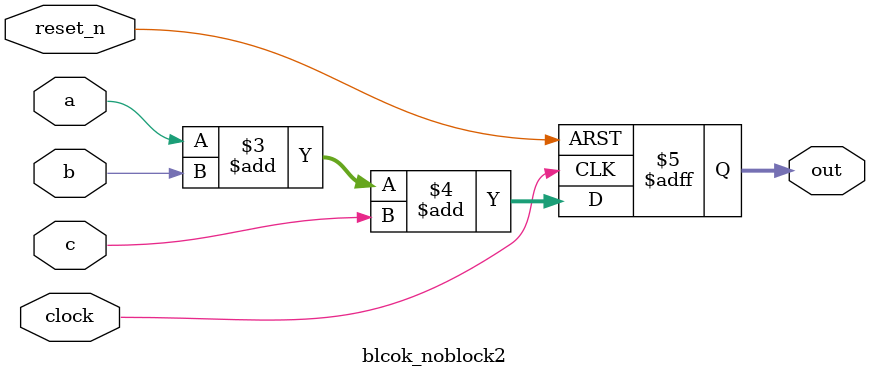
<source format=v>
module blcok_noblock2 (
    input a,
    input b,
    input c,
    input clock,
    input reset_n,
    output reg [1:0] out
);
    reg [1:0] d;

    always @(posedge clock or negedge reset_n) begin
        if (!reset_n) begin
            d <= 0;
            out <= 0;
        end
        else begin
            d = a + b; 
            out = d + c;  
            // 相当于out = a + b + c; 
            
        end 
    end
    
endmodule 
</source>
